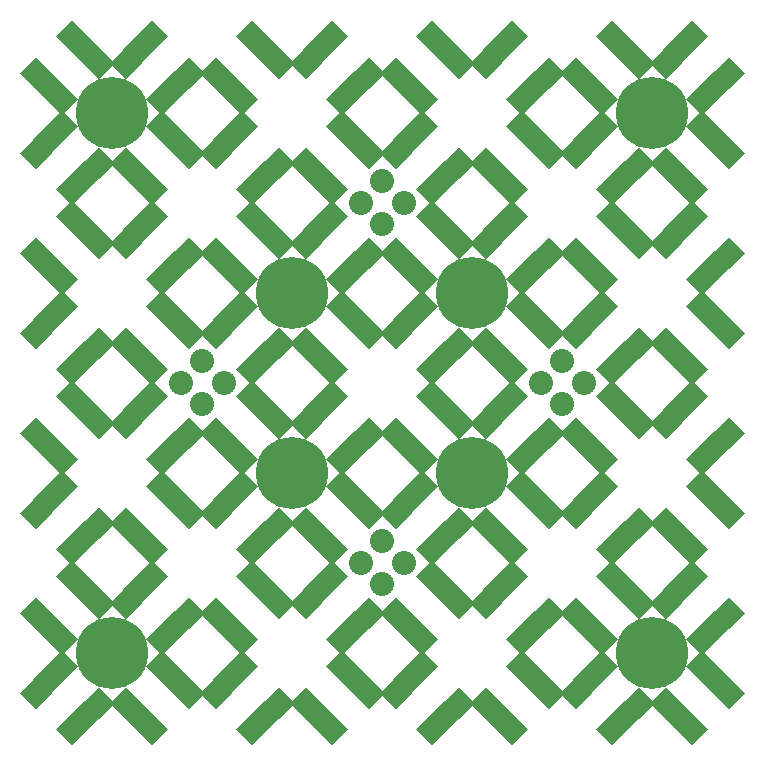
<source format=gts>
G04 #@! TF.FileFunction,Soldermask,Top*
%FSLAX46Y46*%
G04 Gerber Fmt 4.6, Leading zero omitted, Abs format (unit mm)*
G04 Created by KiCad (PCBNEW 4.0.5-e0-6337~49~ubuntu16.04.1) date Mon Jan  2 17:40:18 2017*
%MOMM*%
%LPD*%
G01*
G04 APERTURE LIST*
%ADD10C,0.254000*%
%ADD11C,6.108000*%
%ADD12C,2.032000*%
G04 APERTURE END LIST*
D10*
D11*
X53340000Y7620000D03*
X53340000Y53340000D03*
X38100000Y22860000D03*
X22860000Y22860000D03*
X7620000Y53340000D03*
X7620000Y7620000D03*
X22860000Y38100000D03*
X38100000Y38100000D03*
D10*
G36*
X23086166Y49105736D02*
X21737006Y47756576D01*
X20387846Y49105736D01*
X21737006Y50454896D01*
X23086166Y49105736D01*
X23086166Y49105736D01*
G37*
G36*
X19974896Y52217006D02*
X18625736Y50867846D01*
X17276576Y52217006D01*
X18625736Y53566166D01*
X19974896Y52217006D01*
X19974896Y52217006D01*
G37*
G36*
X18808169Y51050280D02*
X17529720Y49771831D01*
X16180561Y51120990D01*
X17459010Y52399439D01*
X18808169Y51050280D01*
X18808169Y51050280D01*
G37*
G36*
X21919439Y47939010D02*
X20640990Y46660561D01*
X19291831Y48009720D01*
X20570280Y49288169D01*
X21919439Y47939010D01*
X21919439Y47939010D01*
G37*
G36*
X20823424Y46842994D02*
X19474264Y45493834D01*
X18125104Y46842994D01*
X19474264Y48192154D01*
X20823424Y46842994D01*
X20823424Y46842994D01*
G37*
G36*
X17712154Y49954264D02*
X16362994Y48605104D01*
X15013834Y49954264D01*
X16362994Y51303424D01*
X17712154Y49954264D01*
X17712154Y49954264D01*
G37*
G36*
X57574264Y38326166D02*
X58923424Y36977006D01*
X57574264Y35627846D01*
X56225104Y36977006D01*
X57574264Y38326166D01*
X57574264Y38326166D01*
G37*
G36*
X54462994Y35214896D02*
X55812154Y33865736D01*
X54462994Y32516576D01*
X53113834Y33865736D01*
X54462994Y35214896D01*
X54462994Y35214896D01*
G37*
G36*
X55629720Y34048169D02*
X56908169Y32769720D01*
X55559010Y31420561D01*
X54280561Y32699010D01*
X55629720Y34048169D01*
X55629720Y34048169D01*
G37*
G36*
X58740990Y37159439D02*
X60019439Y35880990D01*
X58670280Y34531831D01*
X57391831Y35810280D01*
X58740990Y37159439D01*
X58740990Y37159439D01*
G37*
G36*
X59837006Y36063424D02*
X61186166Y34714264D01*
X59837006Y33365104D01*
X58487846Y34714264D01*
X59837006Y36063424D01*
X59837006Y36063424D01*
G37*
G36*
X56725736Y32952154D02*
X58074896Y31602994D01*
X56725736Y30253834D01*
X55376576Y31602994D01*
X56725736Y32952154D01*
X56725736Y32952154D01*
G37*
G36*
X53113834Y42334264D02*
X54462994Y43683424D01*
X55812154Y42334264D01*
X54462994Y40985104D01*
X53113834Y42334264D01*
X53113834Y42334264D01*
G37*
G36*
X56225104Y39222994D02*
X57574264Y40572154D01*
X58923424Y39222994D01*
X57574264Y37873834D01*
X56225104Y39222994D01*
X56225104Y39222994D01*
G37*
G36*
X57391831Y40389720D02*
X58670280Y41668169D01*
X60019439Y40319010D01*
X58740990Y39040561D01*
X57391831Y40389720D01*
X57391831Y40389720D01*
G37*
G36*
X54280561Y43500990D02*
X55559010Y44779439D01*
X56908169Y43430280D01*
X55629720Y42151831D01*
X54280561Y43500990D01*
X54280561Y43500990D01*
G37*
G36*
X55376576Y44597006D02*
X56725736Y45946166D01*
X58074896Y44597006D01*
X56725736Y43247846D01*
X55376576Y44597006D01*
X55376576Y44597006D01*
G37*
G36*
X58487846Y41485736D02*
X59837006Y42834896D01*
X61186166Y41485736D01*
X59837006Y40136576D01*
X58487846Y41485736D01*
X58487846Y41485736D01*
G37*
G36*
X49105736Y37873834D02*
X47756576Y39222994D01*
X49105736Y40572154D01*
X50454896Y39222994D01*
X49105736Y37873834D01*
X49105736Y37873834D01*
G37*
G36*
X52217006Y40985104D02*
X50867846Y42334264D01*
X52217006Y43683424D01*
X53566166Y42334264D01*
X52217006Y40985104D01*
X52217006Y40985104D01*
G37*
G36*
X51050280Y42151831D02*
X49771831Y43430280D01*
X51120990Y44779439D01*
X52399439Y43500990D01*
X51050280Y42151831D01*
X51050280Y42151831D01*
G37*
G36*
X47939010Y39040561D02*
X46660561Y40319010D01*
X48009720Y41668169D01*
X49288169Y40389720D01*
X47939010Y39040561D01*
X47939010Y39040561D01*
G37*
G36*
X46842994Y40136576D02*
X45493834Y41485736D01*
X46842994Y42834896D01*
X48192154Y41485736D01*
X46842994Y40136576D01*
X46842994Y40136576D01*
G37*
G36*
X49954264Y43247846D02*
X48605104Y44597006D01*
X49954264Y45946166D01*
X51303424Y44597006D01*
X49954264Y43247846D01*
X49954264Y43247846D01*
G37*
G36*
X53566166Y33865736D02*
X52217006Y32516576D01*
X50867846Y33865736D01*
X52217006Y35214896D01*
X53566166Y33865736D01*
X53566166Y33865736D01*
G37*
G36*
X50454896Y36977006D02*
X49105736Y35627846D01*
X47756576Y36977006D01*
X49105736Y38326166D01*
X50454896Y36977006D01*
X50454896Y36977006D01*
G37*
G36*
X49288169Y35810280D02*
X48009720Y34531831D01*
X46660561Y35880990D01*
X47939010Y37159439D01*
X49288169Y35810280D01*
X49288169Y35810280D01*
G37*
G36*
X52399439Y32699010D02*
X51120990Y31420561D01*
X49771831Y32769720D01*
X51050280Y34048169D01*
X52399439Y32699010D01*
X52399439Y32699010D01*
G37*
G36*
X51303424Y31602994D02*
X49954264Y30253834D01*
X48605104Y31602994D01*
X49954264Y32952154D01*
X51303424Y31602994D01*
X51303424Y31602994D01*
G37*
G36*
X48192154Y34714264D02*
X46842994Y33365104D01*
X45493834Y34714264D01*
X46842994Y36063424D01*
X48192154Y34714264D01*
X48192154Y34714264D01*
G37*
G36*
X33865736Y37873834D02*
X32516576Y39222994D01*
X33865736Y40572154D01*
X35214896Y39222994D01*
X33865736Y37873834D01*
X33865736Y37873834D01*
G37*
G36*
X36977006Y40985104D02*
X35627846Y42334264D01*
X36977006Y43683424D01*
X38326166Y42334264D01*
X36977006Y40985104D01*
X36977006Y40985104D01*
G37*
G36*
X35810280Y42151831D02*
X34531831Y43430280D01*
X35880990Y44779439D01*
X37159439Y43500990D01*
X35810280Y42151831D01*
X35810280Y42151831D01*
G37*
G36*
X32699010Y39040561D02*
X31420561Y40319010D01*
X32769720Y41668169D01*
X34048169Y40389720D01*
X32699010Y39040561D01*
X32699010Y39040561D01*
G37*
G36*
X31602994Y40136576D02*
X30253834Y41485736D01*
X31602994Y42834896D01*
X32952154Y41485736D01*
X31602994Y40136576D01*
X31602994Y40136576D01*
G37*
G36*
X34714264Y43247846D02*
X33365104Y44597006D01*
X34714264Y45946166D01*
X36063424Y44597006D01*
X34714264Y43247846D01*
X34714264Y43247846D01*
G37*
G36*
X23086166Y18625736D02*
X21737006Y17276576D01*
X20387846Y18625736D01*
X21737006Y19974896D01*
X23086166Y18625736D01*
X23086166Y18625736D01*
G37*
G36*
X19974896Y21737006D02*
X18625736Y20387846D01*
X17276576Y21737006D01*
X18625736Y23086166D01*
X19974896Y21737006D01*
X19974896Y21737006D01*
G37*
G36*
X18808169Y20570280D02*
X17529720Y19291831D01*
X16180561Y20640990D01*
X17459010Y21919439D01*
X18808169Y20570280D01*
X18808169Y20570280D01*
G37*
G36*
X21919439Y17459010D02*
X20640990Y16180561D01*
X19291831Y17529720D01*
X20570280Y18808169D01*
X21919439Y17459010D01*
X21919439Y17459010D01*
G37*
G36*
X20823424Y16362994D02*
X19474264Y15013834D01*
X18125104Y16362994D01*
X19474264Y17712154D01*
X20823424Y16362994D01*
X20823424Y16362994D01*
G37*
G36*
X17712154Y19474264D02*
X16362994Y18125104D01*
X15013834Y19474264D01*
X16362994Y20823424D01*
X17712154Y19474264D01*
X17712154Y19474264D01*
G37*
G36*
X11854264Y38326166D02*
X13203424Y36977006D01*
X11854264Y35627846D01*
X10505104Y36977006D01*
X11854264Y38326166D01*
X11854264Y38326166D01*
G37*
G36*
X8742994Y35214896D02*
X10092154Y33865736D01*
X8742994Y32516576D01*
X7393834Y33865736D01*
X8742994Y35214896D01*
X8742994Y35214896D01*
G37*
G36*
X9909720Y34048169D02*
X11188169Y32769720D01*
X9839010Y31420561D01*
X8560561Y32699010D01*
X9909720Y34048169D01*
X9909720Y34048169D01*
G37*
G36*
X13020990Y37159439D02*
X14299439Y35880990D01*
X12950280Y34531831D01*
X11671831Y35810280D01*
X13020990Y37159439D01*
X13020990Y37159439D01*
G37*
G36*
X14117006Y36063424D02*
X15466166Y34714264D01*
X14117006Y33365104D01*
X12767846Y34714264D01*
X14117006Y36063424D01*
X14117006Y36063424D01*
G37*
G36*
X11005736Y32952154D02*
X12354896Y31602994D01*
X11005736Y30253834D01*
X9656576Y31602994D01*
X11005736Y32952154D01*
X11005736Y32952154D01*
G37*
G36*
X7393834Y42334264D02*
X8742994Y43683424D01*
X10092154Y42334264D01*
X8742994Y40985104D01*
X7393834Y42334264D01*
X7393834Y42334264D01*
G37*
G36*
X10505104Y39222994D02*
X11854264Y40572154D01*
X13203424Y39222994D01*
X11854264Y37873834D01*
X10505104Y39222994D01*
X10505104Y39222994D01*
G37*
G36*
X11671831Y40389720D02*
X12950280Y41668169D01*
X14299439Y40319010D01*
X13020990Y39040561D01*
X11671831Y40389720D01*
X11671831Y40389720D01*
G37*
G36*
X8560561Y43500990D02*
X9839010Y44779439D01*
X11188169Y43430280D01*
X9909720Y42151831D01*
X8560561Y43500990D01*
X8560561Y43500990D01*
G37*
G36*
X9656576Y44597006D02*
X11005736Y45946166D01*
X12354896Y44597006D01*
X11005736Y43247846D01*
X9656576Y44597006D01*
X9656576Y44597006D01*
G37*
G36*
X12767846Y41485736D02*
X14117006Y42834896D01*
X15466166Y41485736D01*
X14117006Y40136576D01*
X12767846Y41485736D01*
X12767846Y41485736D01*
G37*
G36*
X3385736Y37873834D02*
X2036576Y39222994D01*
X3385736Y40572154D01*
X4734896Y39222994D01*
X3385736Y37873834D01*
X3385736Y37873834D01*
G37*
G36*
X6497006Y40985104D02*
X5147846Y42334264D01*
X6497006Y43683424D01*
X7846166Y42334264D01*
X6497006Y40985104D01*
X6497006Y40985104D01*
G37*
G36*
X5330280Y42151831D02*
X4051831Y43430280D01*
X5400990Y44779439D01*
X6679439Y43500990D01*
X5330280Y42151831D01*
X5330280Y42151831D01*
G37*
G36*
X2219010Y39040561D02*
X940561Y40319010D01*
X2289720Y41668169D01*
X3568169Y40389720D01*
X2219010Y39040561D01*
X2219010Y39040561D01*
G37*
G36*
X1122994Y40136576D02*
X-226166Y41485736D01*
X1122994Y42834896D01*
X2472154Y41485736D01*
X1122994Y40136576D01*
X1122994Y40136576D01*
G37*
G36*
X4234264Y43247846D02*
X2885104Y44597006D01*
X4234264Y45946166D01*
X5583424Y44597006D01*
X4234264Y43247846D01*
X4234264Y43247846D01*
G37*
G36*
X7846166Y33865736D02*
X6497006Y32516576D01*
X5147846Y33865736D01*
X6497006Y35214896D01*
X7846166Y33865736D01*
X7846166Y33865736D01*
G37*
G36*
X4734896Y36977006D02*
X3385736Y35627846D01*
X2036576Y36977006D01*
X3385736Y38326166D01*
X4734896Y36977006D01*
X4734896Y36977006D01*
G37*
G36*
X3568169Y35810280D02*
X2289720Y34531831D01*
X940561Y35880990D01*
X2219010Y37159439D01*
X3568169Y35810280D01*
X3568169Y35810280D01*
G37*
G36*
X6679439Y32699010D02*
X5400990Y31420561D01*
X4051831Y32769720D01*
X5330280Y34048169D01*
X6679439Y32699010D01*
X6679439Y32699010D01*
G37*
G36*
X5583424Y31602994D02*
X4234264Y30253834D01*
X2885104Y31602994D01*
X4234264Y32952154D01*
X5583424Y31602994D01*
X5583424Y31602994D01*
G37*
G36*
X2472154Y34714264D02*
X1122994Y33365104D01*
X-226166Y34714264D01*
X1122994Y36063424D01*
X2472154Y34714264D01*
X2472154Y34714264D01*
G37*
G36*
X57574264Y23086166D02*
X58923424Y21737006D01*
X57574264Y20387846D01*
X56225104Y21737006D01*
X57574264Y23086166D01*
X57574264Y23086166D01*
G37*
G36*
X54462994Y19974896D02*
X55812154Y18625736D01*
X54462994Y17276576D01*
X53113834Y18625736D01*
X54462994Y19974896D01*
X54462994Y19974896D01*
G37*
G36*
X55629720Y18808169D02*
X56908169Y17529720D01*
X55559010Y16180561D01*
X54280561Y17459010D01*
X55629720Y18808169D01*
X55629720Y18808169D01*
G37*
G36*
X58740990Y21919439D02*
X60019439Y20640990D01*
X58670280Y19291831D01*
X57391831Y20570280D01*
X58740990Y21919439D01*
X58740990Y21919439D01*
G37*
G36*
X59837006Y20823424D02*
X61186166Y19474264D01*
X59837006Y18125104D01*
X58487846Y19474264D01*
X59837006Y20823424D01*
X59837006Y20823424D01*
G37*
G36*
X56725736Y17712154D02*
X58074896Y16362994D01*
X56725736Y15013834D01*
X55376576Y16362994D01*
X56725736Y17712154D01*
X56725736Y17712154D01*
G37*
G36*
X53113834Y27094264D02*
X54462994Y28443424D01*
X55812154Y27094264D01*
X54462994Y25745104D01*
X53113834Y27094264D01*
X53113834Y27094264D01*
G37*
G36*
X56225104Y23982994D02*
X57574264Y25332154D01*
X58923424Y23982994D01*
X57574264Y22633834D01*
X56225104Y23982994D01*
X56225104Y23982994D01*
G37*
G36*
X57391831Y25149720D02*
X58670280Y26428169D01*
X60019439Y25079010D01*
X58740990Y23800561D01*
X57391831Y25149720D01*
X57391831Y25149720D01*
G37*
G36*
X54280561Y28260990D02*
X55559010Y29539439D01*
X56908169Y28190280D01*
X55629720Y26911831D01*
X54280561Y28260990D01*
X54280561Y28260990D01*
G37*
G36*
X55376576Y29357006D02*
X56725736Y30706166D01*
X58074896Y29357006D01*
X56725736Y28007846D01*
X55376576Y29357006D01*
X55376576Y29357006D01*
G37*
G36*
X58487846Y26245736D02*
X59837006Y27594896D01*
X61186166Y26245736D01*
X59837006Y24896576D01*
X58487846Y26245736D01*
X58487846Y26245736D01*
G37*
G36*
X57574264Y53566166D02*
X58923424Y52217006D01*
X57574264Y50867846D01*
X56225104Y52217006D01*
X57574264Y53566166D01*
X57574264Y53566166D01*
G37*
G36*
X54462994Y50454896D02*
X55812154Y49105736D01*
X54462994Y47756576D01*
X53113834Y49105736D01*
X54462994Y50454896D01*
X54462994Y50454896D01*
G37*
G36*
X55629720Y49288169D02*
X56908169Y48009720D01*
X55559010Y46660561D01*
X54280561Y47939010D01*
X55629720Y49288169D01*
X55629720Y49288169D01*
G37*
G36*
X58740990Y52399439D02*
X60019439Y51120990D01*
X58670280Y49771831D01*
X57391831Y51050280D01*
X58740990Y52399439D01*
X58740990Y52399439D01*
G37*
G36*
X59837006Y51303424D02*
X61186166Y49954264D01*
X59837006Y48605104D01*
X58487846Y49954264D01*
X59837006Y51303424D01*
X59837006Y51303424D01*
G37*
G36*
X56725736Y48192154D02*
X58074896Y46842994D01*
X56725736Y45493834D01*
X55376576Y46842994D01*
X56725736Y48192154D01*
X56725736Y48192154D01*
G37*
G36*
X53113834Y57574264D02*
X54462994Y58923424D01*
X55812154Y57574264D01*
X54462994Y56225104D01*
X53113834Y57574264D01*
X53113834Y57574264D01*
G37*
G36*
X56225104Y54462994D02*
X57574264Y55812154D01*
X58923424Y54462994D01*
X57574264Y53113834D01*
X56225104Y54462994D01*
X56225104Y54462994D01*
G37*
G36*
X57391831Y55629720D02*
X58670280Y56908169D01*
X60019439Y55559010D01*
X58740990Y54280561D01*
X57391831Y55629720D01*
X57391831Y55629720D01*
G37*
G36*
X54280561Y58740990D02*
X55559010Y60019439D01*
X56908169Y58670280D01*
X55629720Y57391831D01*
X54280561Y58740990D01*
X54280561Y58740990D01*
G37*
G36*
X55376576Y59837006D02*
X56725736Y61186166D01*
X58074896Y59837006D01*
X56725736Y58487846D01*
X55376576Y59837006D01*
X55376576Y59837006D01*
G37*
G36*
X58487846Y56725736D02*
X59837006Y58074896D01*
X61186166Y56725736D01*
X59837006Y55376576D01*
X58487846Y56725736D01*
X58487846Y56725736D01*
G37*
G36*
X49105736Y53113834D02*
X47756576Y54462994D01*
X49105736Y55812154D01*
X50454896Y54462994D01*
X49105736Y53113834D01*
X49105736Y53113834D01*
G37*
G36*
X52217006Y56225104D02*
X50867846Y57574264D01*
X52217006Y58923424D01*
X53566166Y57574264D01*
X52217006Y56225104D01*
X52217006Y56225104D01*
G37*
G36*
X51050280Y57391831D02*
X49771831Y58670280D01*
X51120990Y60019439D01*
X52399439Y58740990D01*
X51050280Y57391831D01*
X51050280Y57391831D01*
G37*
G36*
X47939010Y54280561D02*
X46660561Y55559010D01*
X48009720Y56908169D01*
X49288169Y55629720D01*
X47939010Y54280561D01*
X47939010Y54280561D01*
G37*
G36*
X46842994Y55376576D02*
X45493834Y56725736D01*
X46842994Y58074896D01*
X48192154Y56725736D01*
X46842994Y55376576D01*
X46842994Y55376576D01*
G37*
G36*
X49954264Y58487846D02*
X48605104Y59837006D01*
X49954264Y61186166D01*
X51303424Y59837006D01*
X49954264Y58487846D01*
X49954264Y58487846D01*
G37*
G36*
X53566166Y49105736D02*
X52217006Y47756576D01*
X50867846Y49105736D01*
X52217006Y50454896D01*
X53566166Y49105736D01*
X53566166Y49105736D01*
G37*
G36*
X50454896Y52217006D02*
X49105736Y50867846D01*
X47756576Y52217006D01*
X49105736Y53566166D01*
X50454896Y52217006D01*
X50454896Y52217006D01*
G37*
G36*
X49288169Y51050280D02*
X48009720Y49771831D01*
X46660561Y51120990D01*
X47939010Y52399439D01*
X49288169Y51050280D01*
X49288169Y51050280D01*
G37*
G36*
X52399439Y47939010D02*
X51120990Y46660561D01*
X49771831Y48009720D01*
X51050280Y49288169D01*
X52399439Y47939010D01*
X52399439Y47939010D01*
G37*
G36*
X51303424Y46842994D02*
X49954264Y45493834D01*
X48605104Y46842994D01*
X49954264Y48192154D01*
X51303424Y46842994D01*
X51303424Y46842994D01*
G37*
G36*
X48192154Y49954264D02*
X46842994Y48605104D01*
X45493834Y49954264D01*
X46842994Y51303424D01*
X48192154Y49954264D01*
X48192154Y49954264D01*
G37*
G36*
X49105736Y22633834D02*
X47756576Y23982994D01*
X49105736Y25332154D01*
X50454896Y23982994D01*
X49105736Y22633834D01*
X49105736Y22633834D01*
G37*
G36*
X52217006Y25745104D02*
X50867846Y27094264D01*
X52217006Y28443424D01*
X53566166Y27094264D01*
X52217006Y25745104D01*
X52217006Y25745104D01*
G37*
G36*
X51050280Y26911831D02*
X49771831Y28190280D01*
X51120990Y29539439D01*
X52399439Y28260990D01*
X51050280Y26911831D01*
X51050280Y26911831D01*
G37*
G36*
X47939010Y23800561D02*
X46660561Y25079010D01*
X48009720Y26428169D01*
X49288169Y25149720D01*
X47939010Y23800561D01*
X47939010Y23800561D01*
G37*
G36*
X46842994Y24896576D02*
X45493834Y26245736D01*
X46842994Y27594896D01*
X48192154Y26245736D01*
X46842994Y24896576D01*
X46842994Y24896576D01*
G37*
G36*
X49954264Y28007846D02*
X48605104Y29357006D01*
X49954264Y30706166D01*
X51303424Y29357006D01*
X49954264Y28007846D01*
X49954264Y28007846D01*
G37*
G36*
X53566166Y18625736D02*
X52217006Y17276576D01*
X50867846Y18625736D01*
X52217006Y19974896D01*
X53566166Y18625736D01*
X53566166Y18625736D01*
G37*
G36*
X50454896Y21737006D02*
X49105736Y20387846D01*
X47756576Y21737006D01*
X49105736Y23086166D01*
X50454896Y21737006D01*
X50454896Y21737006D01*
G37*
G36*
X49288169Y20570280D02*
X48009720Y19291831D01*
X46660561Y20640990D01*
X47939010Y21919439D01*
X49288169Y20570280D01*
X49288169Y20570280D01*
G37*
G36*
X52399439Y17459010D02*
X51120990Y16180561D01*
X49771831Y17529720D01*
X51050280Y18808169D01*
X52399439Y17459010D01*
X52399439Y17459010D01*
G37*
G36*
X51303424Y16362994D02*
X49954264Y15013834D01*
X48605104Y16362994D01*
X49954264Y17712154D01*
X51303424Y16362994D01*
X51303424Y16362994D01*
G37*
G36*
X48192154Y19474264D02*
X46842994Y18125104D01*
X45493834Y19474264D01*
X46842994Y20823424D01*
X48192154Y19474264D01*
X48192154Y19474264D01*
G37*
G36*
X49105736Y7393834D02*
X47756576Y8742994D01*
X49105736Y10092154D01*
X50454896Y8742994D01*
X49105736Y7393834D01*
X49105736Y7393834D01*
G37*
G36*
X52217006Y10505104D02*
X50867846Y11854264D01*
X52217006Y13203424D01*
X53566166Y11854264D01*
X52217006Y10505104D01*
X52217006Y10505104D01*
G37*
G36*
X51050280Y11671831D02*
X49771831Y12950280D01*
X51120990Y14299439D01*
X52399439Y13020990D01*
X51050280Y11671831D01*
X51050280Y11671831D01*
G37*
G36*
X47939010Y8560561D02*
X46660561Y9839010D01*
X48009720Y11188169D01*
X49288169Y9909720D01*
X47939010Y8560561D01*
X47939010Y8560561D01*
G37*
G36*
X46842994Y9656576D02*
X45493834Y11005736D01*
X46842994Y12354896D01*
X48192154Y11005736D01*
X46842994Y9656576D01*
X46842994Y9656576D01*
G37*
G36*
X49954264Y12767846D02*
X48605104Y14117006D01*
X49954264Y15466166D01*
X51303424Y14117006D01*
X49954264Y12767846D01*
X49954264Y12767846D01*
G37*
G36*
X37873834Y11854264D02*
X39222994Y13203424D01*
X40572154Y11854264D01*
X39222994Y10505104D01*
X37873834Y11854264D01*
X37873834Y11854264D01*
G37*
G36*
X40985104Y8742994D02*
X42334264Y10092154D01*
X43683424Y8742994D01*
X42334264Y7393834D01*
X40985104Y8742994D01*
X40985104Y8742994D01*
G37*
G36*
X42151831Y9909720D02*
X43430280Y11188169D01*
X44779439Y9839010D01*
X43500990Y8560561D01*
X42151831Y9909720D01*
X42151831Y9909720D01*
G37*
G36*
X39040561Y13020990D02*
X40319010Y14299439D01*
X41668169Y12950280D01*
X40389720Y11671831D01*
X39040561Y13020990D01*
X39040561Y13020990D01*
G37*
G36*
X40136576Y14117006D02*
X41485736Y15466166D01*
X42834896Y14117006D01*
X41485736Y12767846D01*
X40136576Y14117006D01*
X40136576Y14117006D01*
G37*
G36*
X43247846Y11005736D02*
X44597006Y12354896D01*
X45946166Y11005736D01*
X44597006Y9656576D01*
X43247846Y11005736D01*
X43247846Y11005736D01*
G37*
G36*
X42334264Y23086166D02*
X43683424Y21737006D01*
X42334264Y20387846D01*
X40985104Y21737006D01*
X42334264Y23086166D01*
X42334264Y23086166D01*
G37*
G36*
X39222994Y19974896D02*
X40572154Y18625736D01*
X39222994Y17276576D01*
X37873834Y18625736D01*
X39222994Y19974896D01*
X39222994Y19974896D01*
G37*
G36*
X40389720Y18808169D02*
X41668169Y17529720D01*
X40319010Y16180561D01*
X39040561Y17459010D01*
X40389720Y18808169D01*
X40389720Y18808169D01*
G37*
G36*
X43500990Y21919439D02*
X44779439Y20640990D01*
X43430280Y19291831D01*
X42151831Y20570280D01*
X43500990Y21919439D01*
X43500990Y21919439D01*
G37*
G36*
X44597006Y20823424D02*
X45946166Y19474264D01*
X44597006Y18125104D01*
X43247846Y19474264D01*
X44597006Y20823424D01*
X44597006Y20823424D01*
G37*
G36*
X41485736Y17712154D02*
X42834896Y16362994D01*
X41485736Y15013834D01*
X40136576Y16362994D01*
X41485736Y17712154D01*
X41485736Y17712154D01*
G37*
G36*
X37873834Y27094264D02*
X39222994Y28443424D01*
X40572154Y27094264D01*
X39222994Y25745104D01*
X37873834Y27094264D01*
X37873834Y27094264D01*
G37*
G36*
X40985104Y23982994D02*
X42334264Y25332154D01*
X43683424Y23982994D01*
X42334264Y22633834D01*
X40985104Y23982994D01*
X40985104Y23982994D01*
G37*
G36*
X42151831Y25149720D02*
X43430280Y26428169D01*
X44779439Y25079010D01*
X43500990Y23800561D01*
X42151831Y25149720D01*
X42151831Y25149720D01*
G37*
G36*
X39040561Y28260990D02*
X40319010Y29539439D01*
X41668169Y28190280D01*
X40389720Y26911831D01*
X39040561Y28260990D01*
X39040561Y28260990D01*
G37*
G36*
X40136576Y29357006D02*
X41485736Y30706166D01*
X42834896Y29357006D01*
X41485736Y28007846D01*
X40136576Y29357006D01*
X40136576Y29357006D01*
G37*
G36*
X43247846Y26245736D02*
X44597006Y27594896D01*
X45946166Y26245736D01*
X44597006Y24896576D01*
X43247846Y26245736D01*
X43247846Y26245736D01*
G37*
G36*
X42334264Y38326166D02*
X43683424Y36977006D01*
X42334264Y35627846D01*
X40985104Y36977006D01*
X42334264Y38326166D01*
X42334264Y38326166D01*
G37*
G36*
X39222994Y35214896D02*
X40572154Y33865736D01*
X39222994Y32516576D01*
X37873834Y33865736D01*
X39222994Y35214896D01*
X39222994Y35214896D01*
G37*
G36*
X40389720Y34048169D02*
X41668169Y32769720D01*
X40319010Y31420561D01*
X39040561Y32699010D01*
X40389720Y34048169D01*
X40389720Y34048169D01*
G37*
G36*
X43500990Y37159439D02*
X44779439Y35880990D01*
X43430280Y34531831D01*
X42151831Y35810280D01*
X43500990Y37159439D01*
X43500990Y37159439D01*
G37*
G36*
X44597006Y36063424D02*
X45946166Y34714264D01*
X44597006Y33365104D01*
X43247846Y34714264D01*
X44597006Y36063424D01*
X44597006Y36063424D01*
G37*
G36*
X41485736Y32952154D02*
X42834896Y31602994D01*
X41485736Y30253834D01*
X40136576Y31602994D01*
X41485736Y32952154D01*
X41485736Y32952154D01*
G37*
G36*
X42334264Y53566166D02*
X43683424Y52217006D01*
X42334264Y50867846D01*
X40985104Y52217006D01*
X42334264Y53566166D01*
X42334264Y53566166D01*
G37*
G36*
X39222994Y50454896D02*
X40572154Y49105736D01*
X39222994Y47756576D01*
X37873834Y49105736D01*
X39222994Y50454896D01*
X39222994Y50454896D01*
G37*
G36*
X40389720Y49288169D02*
X41668169Y48009720D01*
X40319010Y46660561D01*
X39040561Y47939010D01*
X40389720Y49288169D01*
X40389720Y49288169D01*
G37*
G36*
X43500990Y52399439D02*
X44779439Y51120990D01*
X43430280Y49771831D01*
X42151831Y51050280D01*
X43500990Y52399439D01*
X43500990Y52399439D01*
G37*
G36*
X44597006Y51303424D02*
X45946166Y49954264D01*
X44597006Y48605104D01*
X43247846Y49954264D01*
X44597006Y51303424D01*
X44597006Y51303424D01*
G37*
G36*
X41485736Y48192154D02*
X42834896Y46842994D01*
X41485736Y45493834D01*
X40136576Y46842994D01*
X41485736Y48192154D01*
X41485736Y48192154D01*
G37*
G36*
X37873834Y57574264D02*
X39222994Y58923424D01*
X40572154Y57574264D01*
X39222994Y56225104D01*
X37873834Y57574264D01*
X37873834Y57574264D01*
G37*
G36*
X40985104Y54462994D02*
X42334264Y55812154D01*
X43683424Y54462994D01*
X42334264Y53113834D01*
X40985104Y54462994D01*
X40985104Y54462994D01*
G37*
G36*
X42151831Y55629720D02*
X43430280Y56908169D01*
X44779439Y55559010D01*
X43500990Y54280561D01*
X42151831Y55629720D01*
X42151831Y55629720D01*
G37*
G36*
X39040561Y58740990D02*
X40319010Y60019439D01*
X41668169Y58670280D01*
X40389720Y57391831D01*
X39040561Y58740990D01*
X39040561Y58740990D01*
G37*
G36*
X40136576Y59837006D02*
X41485736Y61186166D01*
X42834896Y59837006D01*
X41485736Y58487846D01*
X40136576Y59837006D01*
X40136576Y59837006D01*
G37*
G36*
X43247846Y56725736D02*
X44597006Y58074896D01*
X45946166Y56725736D01*
X44597006Y55376576D01*
X43247846Y56725736D01*
X43247846Y56725736D01*
G37*
G36*
X33865736Y53113834D02*
X32516576Y54462994D01*
X33865736Y55812154D01*
X35214896Y54462994D01*
X33865736Y53113834D01*
X33865736Y53113834D01*
G37*
G36*
X36977006Y56225104D02*
X35627846Y57574264D01*
X36977006Y58923424D01*
X38326166Y57574264D01*
X36977006Y56225104D01*
X36977006Y56225104D01*
G37*
G36*
X35810280Y57391831D02*
X34531831Y58670280D01*
X35880990Y60019439D01*
X37159439Y58740990D01*
X35810280Y57391831D01*
X35810280Y57391831D01*
G37*
G36*
X32699010Y54280561D02*
X31420561Y55559010D01*
X32769720Y56908169D01*
X34048169Y55629720D01*
X32699010Y54280561D01*
X32699010Y54280561D01*
G37*
G36*
X31602994Y55376576D02*
X30253834Y56725736D01*
X31602994Y58074896D01*
X32952154Y56725736D01*
X31602994Y55376576D01*
X31602994Y55376576D01*
G37*
G36*
X34714264Y58487846D02*
X33365104Y59837006D01*
X34714264Y61186166D01*
X36063424Y59837006D01*
X34714264Y58487846D01*
X34714264Y58487846D01*
G37*
G36*
X38326166Y49105736D02*
X36977006Y47756576D01*
X35627846Y49105736D01*
X36977006Y50454896D01*
X38326166Y49105736D01*
X38326166Y49105736D01*
G37*
G36*
X35214896Y52217006D02*
X33865736Y50867846D01*
X32516576Y52217006D01*
X33865736Y53566166D01*
X35214896Y52217006D01*
X35214896Y52217006D01*
G37*
G36*
X34048169Y51050280D02*
X32769720Y49771831D01*
X31420561Y51120990D01*
X32699010Y52399439D01*
X34048169Y51050280D01*
X34048169Y51050280D01*
G37*
G36*
X37159439Y47939010D02*
X35880990Y46660561D01*
X34531831Y48009720D01*
X35810280Y49288169D01*
X37159439Y47939010D01*
X37159439Y47939010D01*
G37*
G36*
X36063424Y46842994D02*
X34714264Y45493834D01*
X33365104Y46842994D01*
X34714264Y48192154D01*
X36063424Y46842994D01*
X36063424Y46842994D01*
G37*
G36*
X32952154Y49954264D02*
X31602994Y48605104D01*
X30253834Y49954264D01*
X31602994Y51303424D01*
X32952154Y49954264D01*
X32952154Y49954264D01*
G37*
G36*
X38326166Y33865736D02*
X36977006Y32516576D01*
X35627846Y33865736D01*
X36977006Y35214896D01*
X38326166Y33865736D01*
X38326166Y33865736D01*
G37*
G36*
X35214896Y36977006D02*
X33865736Y35627846D01*
X32516576Y36977006D01*
X33865736Y38326166D01*
X35214896Y36977006D01*
X35214896Y36977006D01*
G37*
G36*
X34048169Y35810280D02*
X32769720Y34531831D01*
X31420561Y35880990D01*
X32699010Y37159439D01*
X34048169Y35810280D01*
X34048169Y35810280D01*
G37*
G36*
X37159439Y32699010D02*
X35880990Y31420561D01*
X34531831Y32769720D01*
X35810280Y34048169D01*
X37159439Y32699010D01*
X37159439Y32699010D01*
G37*
G36*
X36063424Y31602994D02*
X34714264Y30253834D01*
X33365104Y31602994D01*
X34714264Y32952154D01*
X36063424Y31602994D01*
X36063424Y31602994D01*
G37*
G36*
X32952154Y34714264D02*
X31602994Y33365104D01*
X30253834Y34714264D01*
X31602994Y36063424D01*
X32952154Y34714264D01*
X32952154Y34714264D01*
G37*
G36*
X33865736Y22633834D02*
X32516576Y23982994D01*
X33865736Y25332154D01*
X35214896Y23982994D01*
X33865736Y22633834D01*
X33865736Y22633834D01*
G37*
G36*
X36977006Y25745104D02*
X35627846Y27094264D01*
X36977006Y28443424D01*
X38326166Y27094264D01*
X36977006Y25745104D01*
X36977006Y25745104D01*
G37*
G36*
X35810280Y26911831D02*
X34531831Y28190280D01*
X35880990Y29539439D01*
X37159439Y28260990D01*
X35810280Y26911831D01*
X35810280Y26911831D01*
G37*
G36*
X32699010Y23800561D02*
X31420561Y25079010D01*
X32769720Y26428169D01*
X34048169Y25149720D01*
X32699010Y23800561D01*
X32699010Y23800561D01*
G37*
G36*
X31602994Y24896576D02*
X30253834Y26245736D01*
X31602994Y27594896D01*
X32952154Y26245736D01*
X31602994Y24896576D01*
X31602994Y24896576D01*
G37*
G36*
X34714264Y28007846D02*
X33365104Y29357006D01*
X34714264Y30706166D01*
X36063424Y29357006D01*
X34714264Y28007846D01*
X34714264Y28007846D01*
G37*
G36*
X38326166Y18625736D02*
X36977006Y17276576D01*
X35627846Y18625736D01*
X36977006Y19974896D01*
X38326166Y18625736D01*
X38326166Y18625736D01*
G37*
G36*
X35214896Y21737006D02*
X33865736Y20387846D01*
X32516576Y21737006D01*
X33865736Y23086166D01*
X35214896Y21737006D01*
X35214896Y21737006D01*
G37*
G36*
X34048169Y20570280D02*
X32769720Y19291831D01*
X31420561Y20640990D01*
X32699010Y21919439D01*
X34048169Y20570280D01*
X34048169Y20570280D01*
G37*
G36*
X37159439Y17459010D02*
X35880990Y16180561D01*
X34531831Y17529720D01*
X35810280Y18808169D01*
X37159439Y17459010D01*
X37159439Y17459010D01*
G37*
G36*
X36063424Y16362994D02*
X34714264Y15013834D01*
X33365104Y16362994D01*
X34714264Y17712154D01*
X36063424Y16362994D01*
X36063424Y16362994D01*
G37*
G36*
X32952154Y19474264D02*
X31602994Y18125104D01*
X30253834Y19474264D01*
X31602994Y20823424D01*
X32952154Y19474264D01*
X32952154Y19474264D01*
G37*
G36*
X33865736Y7393834D02*
X32516576Y8742994D01*
X33865736Y10092154D01*
X35214896Y8742994D01*
X33865736Y7393834D01*
X33865736Y7393834D01*
G37*
G36*
X36977006Y10505104D02*
X35627846Y11854264D01*
X36977006Y13203424D01*
X38326166Y11854264D01*
X36977006Y10505104D01*
X36977006Y10505104D01*
G37*
G36*
X35810280Y11671831D02*
X34531831Y12950280D01*
X35880990Y14299439D01*
X37159439Y13020990D01*
X35810280Y11671831D01*
X35810280Y11671831D01*
G37*
G36*
X32699010Y8560561D02*
X31420561Y9839010D01*
X32769720Y11188169D01*
X34048169Y9909720D01*
X32699010Y8560561D01*
X32699010Y8560561D01*
G37*
G36*
X31602994Y9656576D02*
X30253834Y11005736D01*
X31602994Y12354896D01*
X32952154Y11005736D01*
X31602994Y9656576D01*
X31602994Y9656576D01*
G37*
G36*
X34714264Y12767846D02*
X33365104Y14117006D01*
X34714264Y15466166D01*
X36063424Y14117006D01*
X34714264Y12767846D01*
X34714264Y12767846D01*
G37*
G36*
X22633834Y11854264D02*
X23982994Y13203424D01*
X25332154Y11854264D01*
X23982994Y10505104D01*
X22633834Y11854264D01*
X22633834Y11854264D01*
G37*
G36*
X25745104Y8742994D02*
X27094264Y10092154D01*
X28443424Y8742994D01*
X27094264Y7393834D01*
X25745104Y8742994D01*
X25745104Y8742994D01*
G37*
G36*
X26911831Y9909720D02*
X28190280Y11188169D01*
X29539439Y9839010D01*
X28260990Y8560561D01*
X26911831Y9909720D01*
X26911831Y9909720D01*
G37*
G36*
X23800561Y13020990D02*
X25079010Y14299439D01*
X26428169Y12950280D01*
X25149720Y11671831D01*
X23800561Y13020990D01*
X23800561Y13020990D01*
G37*
G36*
X24896576Y14117006D02*
X26245736Y15466166D01*
X27594896Y14117006D01*
X26245736Y12767846D01*
X24896576Y14117006D01*
X24896576Y14117006D01*
G37*
G36*
X28007846Y11005736D02*
X29357006Y12354896D01*
X30706166Y11005736D01*
X29357006Y9656576D01*
X28007846Y11005736D01*
X28007846Y11005736D01*
G37*
G36*
X27094264Y23086166D02*
X28443424Y21737006D01*
X27094264Y20387846D01*
X25745104Y21737006D01*
X27094264Y23086166D01*
X27094264Y23086166D01*
G37*
G36*
X23982994Y19974896D02*
X25332154Y18625736D01*
X23982994Y17276576D01*
X22633834Y18625736D01*
X23982994Y19974896D01*
X23982994Y19974896D01*
G37*
G36*
X25149720Y18808169D02*
X26428169Y17529720D01*
X25079010Y16180561D01*
X23800561Y17459010D01*
X25149720Y18808169D01*
X25149720Y18808169D01*
G37*
G36*
X28260990Y21919439D02*
X29539439Y20640990D01*
X28190280Y19291831D01*
X26911831Y20570280D01*
X28260990Y21919439D01*
X28260990Y21919439D01*
G37*
G36*
X29357006Y20823424D02*
X30706166Y19474264D01*
X29357006Y18125104D01*
X28007846Y19474264D01*
X29357006Y20823424D01*
X29357006Y20823424D01*
G37*
G36*
X26245736Y17712154D02*
X27594896Y16362994D01*
X26245736Y15013834D01*
X24896576Y16362994D01*
X26245736Y17712154D01*
X26245736Y17712154D01*
G37*
G36*
X22633834Y27094264D02*
X23982994Y28443424D01*
X25332154Y27094264D01*
X23982994Y25745104D01*
X22633834Y27094264D01*
X22633834Y27094264D01*
G37*
G36*
X25745104Y23982994D02*
X27094264Y25332154D01*
X28443424Y23982994D01*
X27094264Y22633834D01*
X25745104Y23982994D01*
X25745104Y23982994D01*
G37*
G36*
X26911831Y25149720D02*
X28190280Y26428169D01*
X29539439Y25079010D01*
X28260990Y23800561D01*
X26911831Y25149720D01*
X26911831Y25149720D01*
G37*
G36*
X23800561Y28260990D02*
X25079010Y29539439D01*
X26428169Y28190280D01*
X25149720Y26911831D01*
X23800561Y28260990D01*
X23800561Y28260990D01*
G37*
G36*
X24896576Y29357006D02*
X26245736Y30706166D01*
X27594896Y29357006D01*
X26245736Y28007846D01*
X24896576Y29357006D01*
X24896576Y29357006D01*
G37*
G36*
X28007846Y26245736D02*
X29357006Y27594896D01*
X30706166Y26245736D01*
X29357006Y24896576D01*
X28007846Y26245736D01*
X28007846Y26245736D01*
G37*
G36*
X27094264Y38326166D02*
X28443424Y36977006D01*
X27094264Y35627846D01*
X25745104Y36977006D01*
X27094264Y38326166D01*
X27094264Y38326166D01*
G37*
G36*
X23982994Y35214896D02*
X25332154Y33865736D01*
X23982994Y32516576D01*
X22633834Y33865736D01*
X23982994Y35214896D01*
X23982994Y35214896D01*
G37*
G36*
X25149720Y34048169D02*
X26428169Y32769720D01*
X25079010Y31420561D01*
X23800561Y32699010D01*
X25149720Y34048169D01*
X25149720Y34048169D01*
G37*
G36*
X28260990Y37159439D02*
X29539439Y35880990D01*
X28190280Y34531831D01*
X26911831Y35810280D01*
X28260990Y37159439D01*
X28260990Y37159439D01*
G37*
G36*
X29357006Y36063424D02*
X30706166Y34714264D01*
X29357006Y33365104D01*
X28007846Y34714264D01*
X29357006Y36063424D01*
X29357006Y36063424D01*
G37*
G36*
X26245736Y32952154D02*
X27594896Y31602994D01*
X26245736Y30253834D01*
X24896576Y31602994D01*
X26245736Y32952154D01*
X26245736Y32952154D01*
G37*
G36*
X22633834Y42334264D02*
X23982994Y43683424D01*
X25332154Y42334264D01*
X23982994Y40985104D01*
X22633834Y42334264D01*
X22633834Y42334264D01*
G37*
G36*
X25745104Y39222994D02*
X27094264Y40572154D01*
X28443424Y39222994D01*
X27094264Y37873834D01*
X25745104Y39222994D01*
X25745104Y39222994D01*
G37*
G36*
X26911831Y40389720D02*
X28190280Y41668169D01*
X29539439Y40319010D01*
X28260990Y39040561D01*
X26911831Y40389720D01*
X26911831Y40389720D01*
G37*
G36*
X23800561Y43500990D02*
X25079010Y44779439D01*
X26428169Y43430280D01*
X25149720Y42151831D01*
X23800561Y43500990D01*
X23800561Y43500990D01*
G37*
G36*
X24896576Y44597006D02*
X26245736Y45946166D01*
X27594896Y44597006D01*
X26245736Y43247846D01*
X24896576Y44597006D01*
X24896576Y44597006D01*
G37*
G36*
X28007846Y41485736D02*
X29357006Y42834896D01*
X30706166Y41485736D01*
X29357006Y40136576D01*
X28007846Y41485736D01*
X28007846Y41485736D01*
G37*
G36*
X27094264Y53566166D02*
X28443424Y52217006D01*
X27094264Y50867846D01*
X25745104Y52217006D01*
X27094264Y53566166D01*
X27094264Y53566166D01*
G37*
G36*
X23982994Y50454896D02*
X25332154Y49105736D01*
X23982994Y47756576D01*
X22633834Y49105736D01*
X23982994Y50454896D01*
X23982994Y50454896D01*
G37*
G36*
X25149720Y49288169D02*
X26428169Y48009720D01*
X25079010Y46660561D01*
X23800561Y47939010D01*
X25149720Y49288169D01*
X25149720Y49288169D01*
G37*
G36*
X28260990Y52399439D02*
X29539439Y51120990D01*
X28190280Y49771831D01*
X26911831Y51050280D01*
X28260990Y52399439D01*
X28260990Y52399439D01*
G37*
G36*
X29357006Y51303424D02*
X30706166Y49954264D01*
X29357006Y48605104D01*
X28007846Y49954264D01*
X29357006Y51303424D01*
X29357006Y51303424D01*
G37*
G36*
X26245736Y48192154D02*
X27594896Y46842994D01*
X26245736Y45493834D01*
X24896576Y46842994D01*
X26245736Y48192154D01*
X26245736Y48192154D01*
G37*
G36*
X22633834Y57574264D02*
X23982994Y58923424D01*
X25332154Y57574264D01*
X23982994Y56225104D01*
X22633834Y57574264D01*
X22633834Y57574264D01*
G37*
G36*
X25745104Y54462994D02*
X27094264Y55812154D01*
X28443424Y54462994D01*
X27094264Y53113834D01*
X25745104Y54462994D01*
X25745104Y54462994D01*
G37*
G36*
X26911831Y55629720D02*
X28190280Y56908169D01*
X29539439Y55559010D01*
X28260990Y54280561D01*
X26911831Y55629720D01*
X26911831Y55629720D01*
G37*
G36*
X23800561Y58740990D02*
X25079010Y60019439D01*
X26428169Y58670280D01*
X25149720Y57391831D01*
X23800561Y58740990D01*
X23800561Y58740990D01*
G37*
G36*
X24896576Y59837006D02*
X26245736Y61186166D01*
X27594896Y59837006D01*
X26245736Y58487846D01*
X24896576Y59837006D01*
X24896576Y59837006D01*
G37*
G36*
X28007846Y56725736D02*
X29357006Y58074896D01*
X30706166Y56725736D01*
X29357006Y55376576D01*
X28007846Y56725736D01*
X28007846Y56725736D01*
G37*
G36*
X18625736Y53113834D02*
X17276576Y54462994D01*
X18625736Y55812154D01*
X19974896Y54462994D01*
X18625736Y53113834D01*
X18625736Y53113834D01*
G37*
G36*
X21737006Y56225104D02*
X20387846Y57574264D01*
X21737006Y58923424D01*
X23086166Y57574264D01*
X21737006Y56225104D01*
X21737006Y56225104D01*
G37*
G36*
X20570280Y57391831D02*
X19291831Y58670280D01*
X20640990Y60019439D01*
X21919439Y58740990D01*
X20570280Y57391831D01*
X20570280Y57391831D01*
G37*
G36*
X17459010Y54280561D02*
X16180561Y55559010D01*
X17529720Y56908169D01*
X18808169Y55629720D01*
X17459010Y54280561D01*
X17459010Y54280561D01*
G37*
G36*
X16362994Y55376576D02*
X15013834Y56725736D01*
X16362994Y58074896D01*
X17712154Y56725736D01*
X16362994Y55376576D01*
X16362994Y55376576D01*
G37*
G36*
X19474264Y58487846D02*
X18125104Y59837006D01*
X19474264Y61186166D01*
X20823424Y59837006D01*
X19474264Y58487846D01*
X19474264Y58487846D01*
G37*
G36*
X18625736Y37873834D02*
X17276576Y39222994D01*
X18625736Y40572154D01*
X19974896Y39222994D01*
X18625736Y37873834D01*
X18625736Y37873834D01*
G37*
G36*
X21737006Y40985104D02*
X20387846Y42334264D01*
X21737006Y43683424D01*
X23086166Y42334264D01*
X21737006Y40985104D01*
X21737006Y40985104D01*
G37*
G36*
X20570280Y42151831D02*
X19291831Y43430280D01*
X20640990Y44779439D01*
X21919439Y43500990D01*
X20570280Y42151831D01*
X20570280Y42151831D01*
G37*
G36*
X17459010Y39040561D02*
X16180561Y40319010D01*
X17529720Y41668169D01*
X18808169Y40389720D01*
X17459010Y39040561D01*
X17459010Y39040561D01*
G37*
G36*
X16362994Y40136576D02*
X15013834Y41485736D01*
X16362994Y42834896D01*
X17712154Y41485736D01*
X16362994Y40136576D01*
X16362994Y40136576D01*
G37*
G36*
X19474264Y43247846D02*
X18125104Y44597006D01*
X19474264Y45946166D01*
X20823424Y44597006D01*
X19474264Y43247846D01*
X19474264Y43247846D01*
G37*
G36*
X23086166Y33865736D02*
X21737006Y32516576D01*
X20387846Y33865736D01*
X21737006Y35214896D01*
X23086166Y33865736D01*
X23086166Y33865736D01*
G37*
G36*
X19974896Y36977006D02*
X18625736Y35627846D01*
X17276576Y36977006D01*
X18625736Y38326166D01*
X19974896Y36977006D01*
X19974896Y36977006D01*
G37*
G36*
X18808169Y35810280D02*
X17529720Y34531831D01*
X16180561Y35880990D01*
X17459010Y37159439D01*
X18808169Y35810280D01*
X18808169Y35810280D01*
G37*
G36*
X21919439Y32699010D02*
X20640990Y31420561D01*
X19291831Y32769720D01*
X20570280Y34048169D01*
X21919439Y32699010D01*
X21919439Y32699010D01*
G37*
G36*
X20823424Y31602994D02*
X19474264Y30253834D01*
X18125104Y31602994D01*
X19474264Y32952154D01*
X20823424Y31602994D01*
X20823424Y31602994D01*
G37*
G36*
X17712154Y34714264D02*
X16362994Y33365104D01*
X15013834Y34714264D01*
X16362994Y36063424D01*
X17712154Y34714264D01*
X17712154Y34714264D01*
G37*
G36*
X18625736Y22633834D02*
X17276576Y23982994D01*
X18625736Y25332154D01*
X19974896Y23982994D01*
X18625736Y22633834D01*
X18625736Y22633834D01*
G37*
G36*
X21737006Y25745104D02*
X20387846Y27094264D01*
X21737006Y28443424D01*
X23086166Y27094264D01*
X21737006Y25745104D01*
X21737006Y25745104D01*
G37*
G36*
X20570280Y26911831D02*
X19291831Y28190280D01*
X20640990Y29539439D01*
X21919439Y28260990D01*
X20570280Y26911831D01*
X20570280Y26911831D01*
G37*
G36*
X17459010Y23800561D02*
X16180561Y25079010D01*
X17529720Y26428169D01*
X18808169Y25149720D01*
X17459010Y23800561D01*
X17459010Y23800561D01*
G37*
G36*
X16362994Y24896576D02*
X15013834Y26245736D01*
X16362994Y27594896D01*
X17712154Y26245736D01*
X16362994Y24896576D01*
X16362994Y24896576D01*
G37*
G36*
X19474264Y28007846D02*
X18125104Y29357006D01*
X19474264Y30706166D01*
X20823424Y29357006D01*
X19474264Y28007846D01*
X19474264Y28007846D01*
G37*
G36*
X18625736Y7393834D02*
X17276576Y8742994D01*
X18625736Y10092154D01*
X19974896Y8742994D01*
X18625736Y7393834D01*
X18625736Y7393834D01*
G37*
G36*
X21737006Y10505104D02*
X20387846Y11854264D01*
X21737006Y13203424D01*
X23086166Y11854264D01*
X21737006Y10505104D01*
X21737006Y10505104D01*
G37*
G36*
X20570280Y11671831D02*
X19291831Y12950280D01*
X20640990Y14299439D01*
X21919439Y13020990D01*
X20570280Y11671831D01*
X20570280Y11671831D01*
G37*
G36*
X17459010Y8560561D02*
X16180561Y9839010D01*
X17529720Y11188169D01*
X18808169Y9909720D01*
X17459010Y8560561D01*
X17459010Y8560561D01*
G37*
G36*
X16362994Y9656576D02*
X15013834Y11005736D01*
X16362994Y12354896D01*
X17712154Y11005736D01*
X16362994Y9656576D01*
X16362994Y9656576D01*
G37*
G36*
X19474264Y12767846D02*
X18125104Y14117006D01*
X19474264Y15466166D01*
X20823424Y14117006D01*
X19474264Y12767846D01*
X19474264Y12767846D01*
G37*
G36*
X7393834Y11854264D02*
X8742994Y13203424D01*
X10092154Y11854264D01*
X8742994Y10505104D01*
X7393834Y11854264D01*
X7393834Y11854264D01*
G37*
G36*
X10505104Y8742994D02*
X11854264Y10092154D01*
X13203424Y8742994D01*
X11854264Y7393834D01*
X10505104Y8742994D01*
X10505104Y8742994D01*
G37*
G36*
X11671831Y9909720D02*
X12950280Y11188169D01*
X14299439Y9839010D01*
X13020990Y8560561D01*
X11671831Y9909720D01*
X11671831Y9909720D01*
G37*
G36*
X8560561Y13020990D02*
X9839010Y14299439D01*
X11188169Y12950280D01*
X9909720Y11671831D01*
X8560561Y13020990D01*
X8560561Y13020990D01*
G37*
G36*
X9656576Y14117006D02*
X11005736Y15466166D01*
X12354896Y14117006D01*
X11005736Y12767846D01*
X9656576Y14117006D01*
X9656576Y14117006D01*
G37*
G36*
X12767846Y11005736D02*
X14117006Y12354896D01*
X15466166Y11005736D01*
X14117006Y9656576D01*
X12767846Y11005736D01*
X12767846Y11005736D01*
G37*
G36*
X11854264Y23086166D02*
X13203424Y21737006D01*
X11854264Y20387846D01*
X10505104Y21737006D01*
X11854264Y23086166D01*
X11854264Y23086166D01*
G37*
G36*
X8742994Y19974896D02*
X10092154Y18625736D01*
X8742994Y17276576D01*
X7393834Y18625736D01*
X8742994Y19974896D01*
X8742994Y19974896D01*
G37*
G36*
X9909720Y18808169D02*
X11188169Y17529720D01*
X9839010Y16180561D01*
X8560561Y17459010D01*
X9909720Y18808169D01*
X9909720Y18808169D01*
G37*
G36*
X13020990Y21919439D02*
X14299439Y20640990D01*
X12950280Y19291831D01*
X11671831Y20570280D01*
X13020990Y21919439D01*
X13020990Y21919439D01*
G37*
G36*
X14117006Y20823424D02*
X15466166Y19474264D01*
X14117006Y18125104D01*
X12767846Y19474264D01*
X14117006Y20823424D01*
X14117006Y20823424D01*
G37*
G36*
X11005736Y17712154D02*
X12354896Y16362994D01*
X11005736Y15013834D01*
X9656576Y16362994D01*
X11005736Y17712154D01*
X11005736Y17712154D01*
G37*
G36*
X7393834Y27094264D02*
X8742994Y28443424D01*
X10092154Y27094264D01*
X8742994Y25745104D01*
X7393834Y27094264D01*
X7393834Y27094264D01*
G37*
G36*
X10505104Y23982994D02*
X11854264Y25332154D01*
X13203424Y23982994D01*
X11854264Y22633834D01*
X10505104Y23982994D01*
X10505104Y23982994D01*
G37*
G36*
X11671831Y25149720D02*
X12950280Y26428169D01*
X14299439Y25079010D01*
X13020990Y23800561D01*
X11671831Y25149720D01*
X11671831Y25149720D01*
G37*
G36*
X8560561Y28260990D02*
X9839010Y29539439D01*
X11188169Y28190280D01*
X9909720Y26911831D01*
X8560561Y28260990D01*
X8560561Y28260990D01*
G37*
G36*
X9656576Y29357006D02*
X11005736Y30706166D01*
X12354896Y29357006D01*
X11005736Y28007846D01*
X9656576Y29357006D01*
X9656576Y29357006D01*
G37*
G36*
X12767846Y26245736D02*
X14117006Y27594896D01*
X15466166Y26245736D01*
X14117006Y24896576D01*
X12767846Y26245736D01*
X12767846Y26245736D01*
G37*
G36*
X11854264Y53566166D02*
X13203424Y52217006D01*
X11854264Y50867846D01*
X10505104Y52217006D01*
X11854264Y53566166D01*
X11854264Y53566166D01*
G37*
G36*
X8742994Y50454896D02*
X10092154Y49105736D01*
X8742994Y47756576D01*
X7393834Y49105736D01*
X8742994Y50454896D01*
X8742994Y50454896D01*
G37*
G36*
X9909720Y49288169D02*
X11188169Y48009720D01*
X9839010Y46660561D01*
X8560561Y47939010D01*
X9909720Y49288169D01*
X9909720Y49288169D01*
G37*
G36*
X13020990Y52399439D02*
X14299439Y51120990D01*
X12950280Y49771831D01*
X11671831Y51050280D01*
X13020990Y52399439D01*
X13020990Y52399439D01*
G37*
G36*
X14117006Y51303424D02*
X15466166Y49954264D01*
X14117006Y48605104D01*
X12767846Y49954264D01*
X14117006Y51303424D01*
X14117006Y51303424D01*
G37*
G36*
X11005736Y48192154D02*
X12354896Y46842994D01*
X11005736Y45493834D01*
X9656576Y46842994D01*
X11005736Y48192154D01*
X11005736Y48192154D01*
G37*
G36*
X7393834Y57574264D02*
X8742994Y58923424D01*
X10092154Y57574264D01*
X8742994Y56225104D01*
X7393834Y57574264D01*
X7393834Y57574264D01*
G37*
G36*
X10505104Y54462994D02*
X11854264Y55812154D01*
X13203424Y54462994D01*
X11854264Y53113834D01*
X10505104Y54462994D01*
X10505104Y54462994D01*
G37*
G36*
X11671831Y55629720D02*
X12950280Y56908169D01*
X14299439Y55559010D01*
X13020990Y54280561D01*
X11671831Y55629720D01*
X11671831Y55629720D01*
G37*
G36*
X8560561Y58740990D02*
X9839010Y60019439D01*
X11188169Y58670280D01*
X9909720Y57391831D01*
X8560561Y58740990D01*
X8560561Y58740990D01*
G37*
G36*
X9656576Y59837006D02*
X11005736Y61186166D01*
X12354896Y59837006D01*
X11005736Y58487846D01*
X9656576Y59837006D01*
X9656576Y59837006D01*
G37*
G36*
X12767846Y56725736D02*
X14117006Y58074896D01*
X15466166Y56725736D01*
X14117006Y55376576D01*
X12767846Y56725736D01*
X12767846Y56725736D01*
G37*
G36*
X3385736Y53113834D02*
X2036576Y54462994D01*
X3385736Y55812154D01*
X4734896Y54462994D01*
X3385736Y53113834D01*
X3385736Y53113834D01*
G37*
G36*
X6497006Y56225104D02*
X5147846Y57574264D01*
X6497006Y58923424D01*
X7846166Y57574264D01*
X6497006Y56225104D01*
X6497006Y56225104D01*
G37*
G36*
X5330280Y57391831D02*
X4051831Y58670280D01*
X5400990Y60019439D01*
X6679439Y58740990D01*
X5330280Y57391831D01*
X5330280Y57391831D01*
G37*
G36*
X2219010Y54280561D02*
X940561Y55559010D01*
X2289720Y56908169D01*
X3568169Y55629720D01*
X2219010Y54280561D01*
X2219010Y54280561D01*
G37*
G36*
X1122994Y55376576D02*
X-226166Y56725736D01*
X1122994Y58074896D01*
X2472154Y56725736D01*
X1122994Y55376576D01*
X1122994Y55376576D01*
G37*
G36*
X4234264Y58487846D02*
X2885104Y59837006D01*
X4234264Y61186166D01*
X5583424Y59837006D01*
X4234264Y58487846D01*
X4234264Y58487846D01*
G37*
G36*
X7846166Y49105736D02*
X6497006Y47756576D01*
X5147846Y49105736D01*
X6497006Y50454896D01*
X7846166Y49105736D01*
X7846166Y49105736D01*
G37*
G36*
X4734896Y52217006D02*
X3385736Y50867846D01*
X2036576Y52217006D01*
X3385736Y53566166D01*
X4734896Y52217006D01*
X4734896Y52217006D01*
G37*
G36*
X3568169Y51050280D02*
X2289720Y49771831D01*
X940561Y51120990D01*
X2219010Y52399439D01*
X3568169Y51050280D01*
X3568169Y51050280D01*
G37*
G36*
X6679439Y47939010D02*
X5400990Y46660561D01*
X4051831Y48009720D01*
X5330280Y49288169D01*
X6679439Y47939010D01*
X6679439Y47939010D01*
G37*
G36*
X5583424Y46842994D02*
X4234264Y45493834D01*
X2885104Y46842994D01*
X4234264Y48192154D01*
X5583424Y46842994D01*
X5583424Y46842994D01*
G37*
G36*
X2472154Y49954264D02*
X1122994Y48605104D01*
X-226166Y49954264D01*
X1122994Y51303424D01*
X2472154Y49954264D01*
X2472154Y49954264D01*
G37*
G36*
X7846166Y18625736D02*
X6497006Y17276576D01*
X5147846Y18625736D01*
X6497006Y19974896D01*
X7846166Y18625736D01*
X7846166Y18625736D01*
G37*
G36*
X4734896Y21737006D02*
X3385736Y20387846D01*
X2036576Y21737006D01*
X3385736Y23086166D01*
X4734896Y21737006D01*
X4734896Y21737006D01*
G37*
G36*
X3568169Y20570280D02*
X2289720Y19291831D01*
X940561Y20640990D01*
X2219010Y21919439D01*
X3568169Y20570280D01*
X3568169Y20570280D01*
G37*
G36*
X6679439Y17459010D02*
X5400990Y16180561D01*
X4051831Y17529720D01*
X5330280Y18808169D01*
X6679439Y17459010D01*
X6679439Y17459010D01*
G37*
G36*
X5583424Y16362994D02*
X4234264Y15013834D01*
X2885104Y16362994D01*
X4234264Y17712154D01*
X5583424Y16362994D01*
X5583424Y16362994D01*
G37*
G36*
X2472154Y19474264D02*
X1122994Y18125104D01*
X-226166Y19474264D01*
X1122994Y20823424D01*
X2472154Y19474264D01*
X2472154Y19474264D01*
G37*
G36*
X3385736Y7393834D02*
X2036576Y8742994D01*
X3385736Y10092154D01*
X4734896Y8742994D01*
X3385736Y7393834D01*
X3385736Y7393834D01*
G37*
G36*
X6497006Y10505104D02*
X5147846Y11854264D01*
X6497006Y13203424D01*
X7846166Y11854264D01*
X6497006Y10505104D01*
X6497006Y10505104D01*
G37*
G36*
X5330280Y11671831D02*
X4051831Y12950280D01*
X5400990Y14299439D01*
X6679439Y13020990D01*
X5330280Y11671831D01*
X5330280Y11671831D01*
G37*
G36*
X2219010Y8560561D02*
X940561Y9839010D01*
X2289720Y11188169D01*
X3568169Y9909720D01*
X2219010Y8560561D01*
X2219010Y8560561D01*
G37*
G36*
X1122994Y9656576D02*
X-226166Y11005736D01*
X1122994Y12354896D01*
X2472154Y11005736D01*
X1122994Y9656576D01*
X1122994Y9656576D01*
G37*
G36*
X4234264Y12767846D02*
X2885104Y14117006D01*
X4234264Y15466166D01*
X5583424Y14117006D01*
X4234264Y12767846D01*
X4234264Y12767846D01*
G37*
G36*
X3385736Y22633834D02*
X2036576Y23982994D01*
X3385736Y25332154D01*
X4734896Y23982994D01*
X3385736Y22633834D01*
X3385736Y22633834D01*
G37*
G36*
X6497006Y25745104D02*
X5147846Y27094264D01*
X6497006Y28443424D01*
X7846166Y27094264D01*
X6497006Y25745104D01*
X6497006Y25745104D01*
G37*
G36*
X5330280Y26911831D02*
X4051831Y28190280D01*
X5400990Y29539439D01*
X6679439Y28260990D01*
X5330280Y26911831D01*
X5330280Y26911831D01*
G37*
G36*
X2219010Y23800561D02*
X940561Y25079010D01*
X2289720Y26428169D01*
X3568169Y25149720D01*
X2219010Y23800561D01*
X2219010Y23800561D01*
G37*
G36*
X1122994Y24896576D02*
X-226166Y26245736D01*
X1122994Y27594896D01*
X2472154Y26245736D01*
X1122994Y24896576D01*
X1122994Y24896576D01*
G37*
G36*
X4234264Y28007846D02*
X2885104Y29357006D01*
X4234264Y30706166D01*
X5583424Y29357006D01*
X4234264Y28007846D01*
X4234264Y28007846D01*
G37*
G36*
X7846166Y3385736D02*
X6497006Y2036576D01*
X5147846Y3385736D01*
X6497006Y4734896D01*
X7846166Y3385736D01*
X7846166Y3385736D01*
G37*
G36*
X4734896Y6497006D02*
X3385736Y5147846D01*
X2036576Y6497006D01*
X3385736Y7846166D01*
X4734896Y6497006D01*
X4734896Y6497006D01*
G37*
G36*
X3568169Y5330280D02*
X2289720Y4051831D01*
X940561Y5400990D01*
X2219010Y6679439D01*
X3568169Y5330280D01*
X3568169Y5330280D01*
G37*
G36*
X6679439Y2219010D02*
X5400990Y940561D01*
X4051831Y2289720D01*
X5330280Y3568169D01*
X6679439Y2219010D01*
X6679439Y2219010D01*
G37*
G36*
X5583424Y1122994D02*
X4234264Y-226166D01*
X2885104Y1122994D01*
X4234264Y2472154D01*
X5583424Y1122994D01*
X5583424Y1122994D01*
G37*
G36*
X2472154Y4234264D02*
X1122994Y2885104D01*
X-226166Y4234264D01*
X1122994Y5583424D01*
X2472154Y4234264D01*
X2472154Y4234264D01*
G37*
G36*
X11854264Y7846166D02*
X13203424Y6497006D01*
X11854264Y5147846D01*
X10505104Y6497006D01*
X11854264Y7846166D01*
X11854264Y7846166D01*
G37*
G36*
X8742994Y4734896D02*
X10092154Y3385736D01*
X8742994Y2036576D01*
X7393834Y3385736D01*
X8742994Y4734896D01*
X8742994Y4734896D01*
G37*
G36*
X9909720Y3568169D02*
X11188169Y2289720D01*
X9839010Y940561D01*
X8560561Y2219010D01*
X9909720Y3568169D01*
X9909720Y3568169D01*
G37*
G36*
X13020990Y6679439D02*
X14299439Y5400990D01*
X12950280Y4051831D01*
X11671831Y5330280D01*
X13020990Y6679439D01*
X13020990Y6679439D01*
G37*
G36*
X14117006Y5583424D02*
X15466166Y4234264D01*
X14117006Y2885104D01*
X12767846Y4234264D01*
X14117006Y5583424D01*
X14117006Y5583424D01*
G37*
G36*
X11005736Y2472154D02*
X12354896Y1122994D01*
X11005736Y-226166D01*
X9656576Y1122994D01*
X11005736Y2472154D01*
X11005736Y2472154D01*
G37*
G36*
X23086166Y3385736D02*
X21737006Y2036576D01*
X20387846Y3385736D01*
X21737006Y4734896D01*
X23086166Y3385736D01*
X23086166Y3385736D01*
G37*
G36*
X19974896Y6497006D02*
X18625736Y5147846D01*
X17276576Y6497006D01*
X18625736Y7846166D01*
X19974896Y6497006D01*
X19974896Y6497006D01*
G37*
G36*
X18808169Y5330280D02*
X17529720Y4051831D01*
X16180561Y5400990D01*
X17459010Y6679439D01*
X18808169Y5330280D01*
X18808169Y5330280D01*
G37*
G36*
X21919439Y2219010D02*
X20640990Y940561D01*
X19291831Y2289720D01*
X20570280Y3568169D01*
X21919439Y2219010D01*
X21919439Y2219010D01*
G37*
G36*
X20823424Y1122994D02*
X19474264Y-226166D01*
X18125104Y1122994D01*
X19474264Y2472154D01*
X20823424Y1122994D01*
X20823424Y1122994D01*
G37*
G36*
X17712154Y4234264D02*
X16362994Y2885104D01*
X15013834Y4234264D01*
X16362994Y5583424D01*
X17712154Y4234264D01*
X17712154Y4234264D01*
G37*
G36*
X27094264Y7846166D02*
X28443424Y6497006D01*
X27094264Y5147846D01*
X25745104Y6497006D01*
X27094264Y7846166D01*
X27094264Y7846166D01*
G37*
G36*
X23982994Y4734896D02*
X25332154Y3385736D01*
X23982994Y2036576D01*
X22633834Y3385736D01*
X23982994Y4734896D01*
X23982994Y4734896D01*
G37*
G36*
X25149720Y3568169D02*
X26428169Y2289720D01*
X25079010Y940561D01*
X23800561Y2219010D01*
X25149720Y3568169D01*
X25149720Y3568169D01*
G37*
G36*
X28260990Y6679439D02*
X29539439Y5400990D01*
X28190280Y4051831D01*
X26911831Y5330280D01*
X28260990Y6679439D01*
X28260990Y6679439D01*
G37*
G36*
X29357006Y5583424D02*
X30706166Y4234264D01*
X29357006Y2885104D01*
X28007846Y4234264D01*
X29357006Y5583424D01*
X29357006Y5583424D01*
G37*
G36*
X26245736Y2472154D02*
X27594896Y1122994D01*
X26245736Y-226166D01*
X24896576Y1122994D01*
X26245736Y2472154D01*
X26245736Y2472154D01*
G37*
G36*
X38326166Y3385736D02*
X36977006Y2036576D01*
X35627846Y3385736D01*
X36977006Y4734896D01*
X38326166Y3385736D01*
X38326166Y3385736D01*
G37*
G36*
X35214896Y6497006D02*
X33865736Y5147846D01*
X32516576Y6497006D01*
X33865736Y7846166D01*
X35214896Y6497006D01*
X35214896Y6497006D01*
G37*
G36*
X34048169Y5330280D02*
X32769720Y4051831D01*
X31420561Y5400990D01*
X32699010Y6679439D01*
X34048169Y5330280D01*
X34048169Y5330280D01*
G37*
G36*
X37159439Y2219010D02*
X35880990Y940561D01*
X34531831Y2289720D01*
X35810280Y3568169D01*
X37159439Y2219010D01*
X37159439Y2219010D01*
G37*
G36*
X36063424Y1122994D02*
X34714264Y-226166D01*
X33365104Y1122994D01*
X34714264Y2472154D01*
X36063424Y1122994D01*
X36063424Y1122994D01*
G37*
G36*
X32952154Y4234264D02*
X31602994Y2885104D01*
X30253834Y4234264D01*
X31602994Y5583424D01*
X32952154Y4234264D01*
X32952154Y4234264D01*
G37*
G36*
X42334264Y7846166D02*
X43683424Y6497006D01*
X42334264Y5147846D01*
X40985104Y6497006D01*
X42334264Y7846166D01*
X42334264Y7846166D01*
G37*
G36*
X39222994Y4734896D02*
X40572154Y3385736D01*
X39222994Y2036576D01*
X37873834Y3385736D01*
X39222994Y4734896D01*
X39222994Y4734896D01*
G37*
G36*
X40389720Y3568169D02*
X41668169Y2289720D01*
X40319010Y940561D01*
X39040561Y2219010D01*
X40389720Y3568169D01*
X40389720Y3568169D01*
G37*
G36*
X43500990Y6679439D02*
X44779439Y5400990D01*
X43430280Y4051831D01*
X42151831Y5330280D01*
X43500990Y6679439D01*
X43500990Y6679439D01*
G37*
G36*
X44597006Y5583424D02*
X45946166Y4234264D01*
X44597006Y2885104D01*
X43247846Y4234264D01*
X44597006Y5583424D01*
X44597006Y5583424D01*
G37*
G36*
X41485736Y2472154D02*
X42834896Y1122994D01*
X41485736Y-226166D01*
X40136576Y1122994D01*
X41485736Y2472154D01*
X41485736Y2472154D01*
G37*
G36*
X53566166Y3385736D02*
X52217006Y2036576D01*
X50867846Y3385736D01*
X52217006Y4734896D01*
X53566166Y3385736D01*
X53566166Y3385736D01*
G37*
G36*
X50454896Y6497006D02*
X49105736Y5147846D01*
X47756576Y6497006D01*
X49105736Y7846166D01*
X50454896Y6497006D01*
X50454896Y6497006D01*
G37*
G36*
X49288169Y5330280D02*
X48009720Y4051831D01*
X46660561Y5400990D01*
X47939010Y6679439D01*
X49288169Y5330280D01*
X49288169Y5330280D01*
G37*
G36*
X52399439Y2219010D02*
X51120990Y940561D01*
X49771831Y2289720D01*
X51050280Y3568169D01*
X52399439Y2219010D01*
X52399439Y2219010D01*
G37*
G36*
X51303424Y1122994D02*
X49954264Y-226166D01*
X48605104Y1122994D01*
X49954264Y2472154D01*
X51303424Y1122994D01*
X51303424Y1122994D01*
G37*
G36*
X48192154Y4234264D02*
X46842994Y2885104D01*
X45493834Y4234264D01*
X46842994Y5583424D01*
X48192154Y4234264D01*
X48192154Y4234264D01*
G37*
G36*
X57574264Y7846166D02*
X58923424Y6497006D01*
X57574264Y5147846D01*
X56225104Y6497006D01*
X57574264Y7846166D01*
X57574264Y7846166D01*
G37*
G36*
X54462994Y4734896D02*
X55812154Y3385736D01*
X54462994Y2036576D01*
X53113834Y3385736D01*
X54462994Y4734896D01*
X54462994Y4734896D01*
G37*
G36*
X55629720Y3568169D02*
X56908169Y2289720D01*
X55559010Y940561D01*
X54280561Y2219010D01*
X55629720Y3568169D01*
X55629720Y3568169D01*
G37*
G36*
X58740990Y6679439D02*
X60019439Y5400990D01*
X58670280Y4051831D01*
X57391831Y5330280D01*
X58740990Y6679439D01*
X58740990Y6679439D01*
G37*
G36*
X59837006Y5583424D02*
X61186166Y4234264D01*
X59837006Y2885104D01*
X58487846Y4234264D01*
X59837006Y5583424D01*
X59837006Y5583424D01*
G37*
G36*
X56725736Y2472154D02*
X58074896Y1122994D01*
X56725736Y-226166D01*
X55376576Y1122994D01*
X56725736Y2472154D01*
X56725736Y2472154D01*
G37*
G36*
X37873834Y42334264D02*
X39222994Y43683424D01*
X40572154Y42334264D01*
X39222994Y40985104D01*
X37873834Y42334264D01*
X37873834Y42334264D01*
G37*
G36*
X40985104Y39222994D02*
X42334264Y40572154D01*
X43683424Y39222994D01*
X42334264Y37873834D01*
X40985104Y39222994D01*
X40985104Y39222994D01*
G37*
G36*
X42151831Y40389720D02*
X43430280Y41668169D01*
X44779439Y40319010D01*
X43500990Y39040561D01*
X42151831Y40389720D01*
X42151831Y40389720D01*
G37*
G36*
X39040561Y43500990D02*
X40319010Y44779439D01*
X41668169Y43430280D01*
X40389720Y42151831D01*
X39040561Y43500990D01*
X39040561Y43500990D01*
G37*
G36*
X40136576Y44597006D02*
X41485736Y45946166D01*
X42834896Y44597006D01*
X41485736Y43247846D01*
X40136576Y44597006D01*
X40136576Y44597006D01*
G37*
G36*
X43247846Y41485736D02*
X44597006Y42834896D01*
X45946166Y41485736D01*
X44597006Y40136576D01*
X43247846Y41485736D01*
X43247846Y41485736D01*
G37*
G36*
X53113834Y11854264D02*
X54462994Y13203424D01*
X55812154Y11854264D01*
X54462994Y10505104D01*
X53113834Y11854264D01*
X53113834Y11854264D01*
G37*
G36*
X56225104Y8742994D02*
X57574264Y10092154D01*
X58923424Y8742994D01*
X57574264Y7393834D01*
X56225104Y8742994D01*
X56225104Y8742994D01*
G37*
G36*
X57391831Y9909720D02*
X58670280Y11188169D01*
X60019439Y9839010D01*
X58740990Y8560561D01*
X57391831Y9909720D01*
X57391831Y9909720D01*
G37*
G36*
X54280561Y13020990D02*
X55559010Y14299439D01*
X56908169Y12950280D01*
X55629720Y11671831D01*
X54280561Y13020990D01*
X54280561Y13020990D01*
G37*
G36*
X55376576Y14117006D02*
X56725736Y15466166D01*
X58074896Y14117006D01*
X56725736Y12767846D01*
X55376576Y14117006D01*
X55376576Y14117006D01*
G37*
G36*
X58487846Y11005736D02*
X59837006Y12354896D01*
X61186166Y11005736D01*
X59837006Y9656576D01*
X58487846Y11005736D01*
X58487846Y11005736D01*
G37*
D12*
X15240000Y28683949D03*
X13443949Y30480000D03*
X15240000Y32276051D03*
X17036051Y30480000D03*
X28683949Y45720000D03*
X30480000Y47516051D03*
X32276051Y45720000D03*
X30480000Y43923949D03*
X30480000Y17036051D03*
X32276051Y15240000D03*
X30480000Y13443949D03*
X28683949Y15240000D03*
X47516051Y30480000D03*
X45720000Y28683949D03*
X43923949Y30480000D03*
X45720000Y32276051D03*
M02*

</source>
